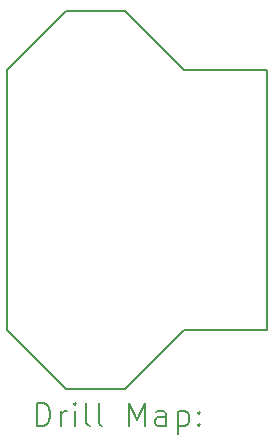
<source format=gbr>
%FSLAX45Y45*%
G04 Gerber Fmt 4.5, Leading zero omitted, Abs format (unit mm)*
G04 Created by KiCad (PCBNEW (6.0.5)) date 2022-07-09 20:48:07*
%MOMM*%
%LPD*%
G01*
G04 APERTURE LIST*
%TA.AperFunction,Profile*%
%ADD10C,0.127000*%
%TD*%
%ADD11C,0.200000*%
G04 APERTURE END LIST*
D10*
X16000000Y-9800000D02*
X16000000Y-7600000D01*
X17000000Y-7100000D02*
X17500000Y-7600000D01*
X17000000Y-10300000D02*
X16500000Y-10300000D01*
X16500000Y-7100000D02*
X16000000Y-7600000D01*
X17500000Y-7600000D02*
X18200000Y-7600000D01*
X16000000Y-9800000D02*
X16500000Y-10300000D01*
X17500000Y-9800000D02*
X18200000Y-9800000D01*
X18200000Y-7600000D02*
X18200000Y-9800000D01*
X16500000Y-7100000D02*
X17000000Y-7100000D01*
X17000000Y-10300000D02*
X17500000Y-9800000D01*
D11*
X16251269Y-10616826D02*
X16251269Y-10416826D01*
X16298888Y-10416826D01*
X16327459Y-10426350D01*
X16346507Y-10445398D01*
X16356031Y-10464445D01*
X16365555Y-10502540D01*
X16365555Y-10531112D01*
X16356031Y-10569207D01*
X16346507Y-10588255D01*
X16327459Y-10607302D01*
X16298888Y-10616826D01*
X16251269Y-10616826D01*
X16451269Y-10616826D02*
X16451269Y-10483493D01*
X16451269Y-10521588D02*
X16460793Y-10502540D01*
X16470317Y-10493017D01*
X16489364Y-10483493D01*
X16508412Y-10483493D01*
X16575078Y-10616826D02*
X16575078Y-10483493D01*
X16575078Y-10416826D02*
X16565555Y-10426350D01*
X16575078Y-10435874D01*
X16584602Y-10426350D01*
X16575078Y-10416826D01*
X16575078Y-10435874D01*
X16698888Y-10616826D02*
X16679840Y-10607302D01*
X16670317Y-10588255D01*
X16670317Y-10416826D01*
X16803650Y-10616826D02*
X16784602Y-10607302D01*
X16775078Y-10588255D01*
X16775078Y-10416826D01*
X17032221Y-10616826D02*
X17032221Y-10416826D01*
X17098888Y-10559683D01*
X17165555Y-10416826D01*
X17165555Y-10616826D01*
X17346507Y-10616826D02*
X17346507Y-10512064D01*
X17336983Y-10493017D01*
X17317936Y-10483493D01*
X17279840Y-10483493D01*
X17260793Y-10493017D01*
X17346507Y-10607302D02*
X17327460Y-10616826D01*
X17279840Y-10616826D01*
X17260793Y-10607302D01*
X17251269Y-10588255D01*
X17251269Y-10569207D01*
X17260793Y-10550160D01*
X17279840Y-10540636D01*
X17327460Y-10540636D01*
X17346507Y-10531112D01*
X17441745Y-10483493D02*
X17441745Y-10683493D01*
X17441745Y-10493017D02*
X17460793Y-10483493D01*
X17498888Y-10483493D01*
X17517936Y-10493017D01*
X17527460Y-10502540D01*
X17536983Y-10521588D01*
X17536983Y-10578731D01*
X17527460Y-10597779D01*
X17517936Y-10607302D01*
X17498888Y-10616826D01*
X17460793Y-10616826D01*
X17441745Y-10607302D01*
X17622698Y-10597779D02*
X17632221Y-10607302D01*
X17622698Y-10616826D01*
X17613174Y-10607302D01*
X17622698Y-10597779D01*
X17622698Y-10616826D01*
X17622698Y-10493017D02*
X17632221Y-10502540D01*
X17622698Y-10512064D01*
X17613174Y-10502540D01*
X17622698Y-10493017D01*
X17622698Y-10512064D01*
M02*

</source>
